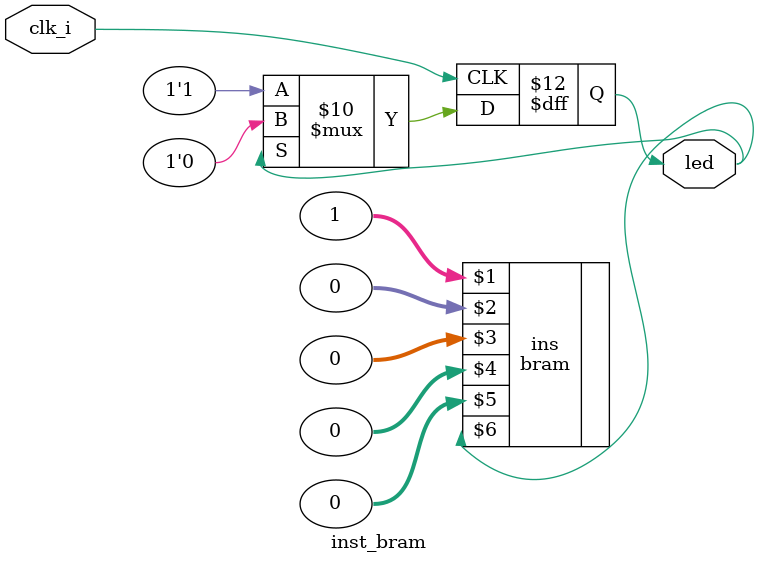
<source format=sv>
`timescale 1ns / 1ps


module inst_bram(
	input wire clk_i,
	output reg led
    );

//   ROM32X1   : In order to incorporate this function into the design,
//   Verilog   : the following instance declaration needs to be placed
//  instance   : in the body of the design code.  The instance name
// declaration : (ROM32X1_inst) and/or the port declarations within the
//    code     : parenthesis may be changed to properly reference and
//             : connect this function to the design.  All inputs
//             : and outputs must be connected.

//  <-----Cut code below this line---->

   // ROM32X1: 32 x 1 Asynchronous Distributed (LUT) ROM (Mapped to a SliceM LUT6)
   //          Artix-7
   // Xilinx HDL Language Template, version 2018.2

   

   // End of ROM32X1_inst instantiation
					
					
	//bram i_bram(,clk_i,,led,,,,);	
	//blk_mem_gen gen(,clk_i,,,,);
	reg [15:0]spo;
	wire [5:0]a;
	bram ins(1,0,0,0,0,led);
	//dist_mem_gen_0 d(a,spo);
	initial 
	begin
		led<=1;
	end
   always @(posedge clk_i)
   begin
   	if (led==1) 
   	begin
   		led <=0;
   	end
   	else
	begin
   	led<=1;
   	end 
   end
endmodule

</source>
